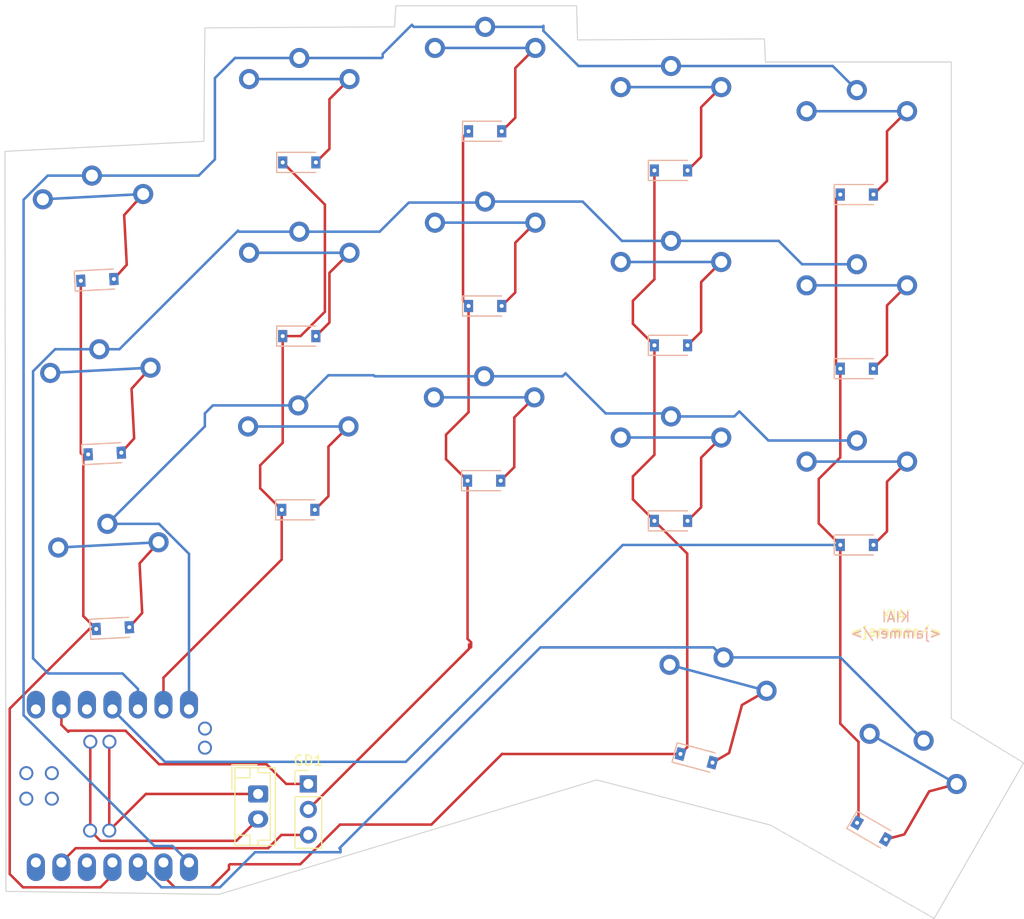
<source format=kicad_pcb>
(kicad_pcb (version 20211014) (generator pcbnew)
  (layers (0 "F.Cu" signal) (31 "B.Cu" signal) (34 "B.Paste" user) (35 "F.Paste" user) (36 "B.SilkS" user "B.Silkscreen") (37 "F.SilkS" user "F.Silkscreen") (38 "B.Mask" user) (39 "F.Mask" user) (44 "Edge.Cuts" user))
  (net 0 "")
  (net 2 "/Col 5B")
  (net 9 "/Row 1")
  (net 10 "/Col 1")
  (net 11 "/Row 2")
  (net 12 "/Row 3")
  (net 13 "/Row 4")
  (net 14 "/Col 2")
  (net 15 "/Col 3")
  (net 16 "/Col 5")
  (net 17 "/Col 4")
  (net 18 "GND")
  (net 19 "Net-(BT1-Pad2)")
  (net 20 "Net-(BT1-Pad1)")
  (net 22 "/Col5A")
  (footprint "kleeb-pg1350:pg1350-DR" (layer "F.Cu") (at 143.6 -32.2)
    (fp_text reference "K15" hide)
    (fp_text value "diode-choc")
    (pad "" np_thru_hole circle locked (at 5.5 -4.5) (size 1.7 1.7) (drill 1.7) (layers *.Cu *.Mask))
    (pad "" np_thru_hole circle locked (at -5.5 -4.5) (size 1.7 1.7) (drill 1.7) (layers *.Cu *.Mask))
    (pad "" np_thru_hole circle locked (at 0 -4.5) (size 3.4 3.4) (drill 3.4) (layers *.Cu *.Mask))
    (pad "1" thru_hole circle locked (at 0 -10.4) (size 2 2) (drill 1.2) (layers *.Cu *.Mask) (net 9 "/Row 1"))
    (pad "2" thru_hole rect locked (at -1.65 0) (size 0.9 1.2) (drill 0.4) (layers *.Cu *.Mask) (net 16 "/Col 5"))
    (pad "3" smd custom locked (at -5 -8.3) (size 0 0) (layers "B.Cu") (options (clearance outline) (anchor circle)) (primitives (gr_line (start 0 0) (end 10 0) (width 0.254))))
    (pad "3" thru_hole rect locked (at 1.65 0) (size 0.9 1.2) (drill 0.4) (layers *.Cu *.Mask))
    (pad "3" thru_hole circle locked (at 5 -8.3) (size 2 2) (drill 1.2) (layers *.Cu "B.Mask"))
    (pad "3" smd custom locked (at 5 -8.3) (size 0.254 0.254) (layers "F.Cu") (options (clearance outline) (anchor circle)) (primitives (gr_line (start 0 0) (end -2 2) (width 0.254)) (gr_line (start -2 2) (end -2 6.95) (width 0.254)) (gr_line (start -2 6.95) (end -3.35 8.3) (width 0.254))))
    (pad "3" thru_hole circle locked (at -5 -8.3) (size 2 2) (drill 1.2) (layers *.Cu "F.Mask"))
  )
  (footprint "kleeb-pg1350:pg1350-DR" (layer "F.Cu") (at 162.2 -45.684)
    (fp_text reference "K3" hide)
    (fp_text value "diode-choc")
    (pad "" np_thru_hole circle locked (at 0 -4.5) (size 3.4 3.4) (drill 3.4) (layers *.Cu *.Mask))
    (pad "" np_thru_hole circle locked (at -5.5 -4.5) (size 1.7 1.7) (drill 1.7) (layers *.Cu *.Mask))
    (pad "" np_thru_hole circle locked (at 5.5 -4.5) (size 1.7 1.7) (drill 1.7) (layers *.Cu *.Mask))
    (pad "1" thru_hole circle locked (at 0 -10.4) (size 2 2) (drill 1.2) (layers *.Cu *.Mask) (net 12 "/Row 3"))
    (pad "2" thru_hole rect locked (at -1.65 0) (size 0.9 1.2) (drill 0.4) (layers *.Cu *.Mask) (net 10 "/Col 1"))
    (pad "3" thru_hole rect locked (at 1.65 0) (size 0.9 1.2) (drill 0.4) (layers *.Cu *.Mask))
    (pad "3" smd custom locked (at -5 -8.3) (size 0 0) (layers "B.Cu") (options (clearance outline) (anchor circle)) (primitives (gr_line (start 0 0) (end 10 0) (width 0.254))))
    (pad "3" thru_hole circle locked (at 5 -8.3) (size 2 2) (drill 1.2) (layers *.Cu "B.Mask"))
    (pad "3" smd custom locked (at 5 -8.3) (size 0.254 0.254) (layers "F.Cu") (options (clearance outline) (anchor circle)) (primitives (gr_line (start 0 0) (end -2 2) (width 0.254)) (gr_line (start -2 2) (end -2 6.95) (width 0.254)) (gr_line (start -2 6.95) (end -3.35 8.3) (width 0.254))))
    (pad "3" thru_hole circle locked (at -5 -8.3) (size 2 2) (drill 1.2) (layers *.Cu "F.Mask"))
  )
  (footprint "kleeb-pg1350:pg1350-DR" (layer "F.Cu") (at 162.2 -28.2)
    (fp_text reference "K1" hide)
    (fp_text value "diode-choc")
    (pad "" np_thru_hole circle locked (at -5.5 -4.5) (size 1.7 1.7) (drill 1.7) (layers *.Cu *.Mask))
    (pad "" np_thru_hole circle locked (at 5.5 -4.5) (size 1.7 1.7) (drill 1.7) (layers *.Cu *.Mask))
    (pad "" np_thru_hole circle locked (at 0 -4.5) (size 3.4 3.4) (drill 3.4) (layers *.Cu *.Mask))
    (pad "1" thru_hole circle locked (at 0 -10.4) (size 2 2) (drill 1.2) (layers *.Cu *.Mask) (net 9 "/Row 1"))
    (pad "2" thru_hole rect locked (at -1.65 0) (size 0.9 1.2) (drill 0.4) (layers *.Cu *.Mask) (net 10 "/Col 1"))
    (pad "3" thru_hole circle locked (at 5 -8.3) (size 2 2) (drill 1.2) (layers *.Cu "B.Mask"))
    (pad "3" thru_hole rect locked (at 1.65 0) (size 0.9 1.2) (drill 0.4) (layers *.Cu *.Mask))
    (pad "3" thru_hole circle locked (at -5 -8.3) (size 2 2) (drill 1.2) (layers *.Cu "F.Mask"))
    (pad "3" smd custom locked (at -5 -8.3) (size 0 0) (layers "B.Cu") (options (clearance outline) (anchor circle)) (primitives (gr_line (start 0 0) (end 10 0) (width 0.254))))
    (pad "3" smd custom locked (at 5 -8.3) (size 0.254 0.254) (layers "F.Cu") (options (clearance outline) (anchor circle)) (primitives (gr_line (start 0 0) (end -2 2) (width 0.254)) (gr_line (start -2 2) (end -2 6.95) (width 0.254)) (gr_line (start -2 6.95) (end -3.35 8.3) (width 0.254))))
  )
  (footprint "kleeb-mcu:xiao-ble-tht" (layer "F.Cu") (at 106.6 -1.8 90)
    (fp_text reference "U1" hide)
    (fp_text value "xiao-ble" hide)
    (pad "1" thru_hole oval (at -7.62 -7.62 90) (size 2.75 1.8) (drill 1 (offset -0.475 0)) (layers *.Cu *.Mask))
    (pad "2" thru_hole oval (at -7.62 -5.08 90) (size 2.75 1.8) (drill 1 (offset -0.475 0)) (layers *.Cu *.Mask) (net 2 "/Col 5B"))
    (pad "3" thru_hole oval (at -7.62 -2.54 90) (size 2.75 1.8) (drill 1 (offset -0.475 0)) (layers *.Cu *.Mask))
    (pad "4" thru_hole oval (at -7.62 0 90) (size 2.75 1.8) (drill 1 (offset -0.475 0)) (layers *.Cu *.Mask) (net 17 "/Col 4"))
    (pad "5" thru_hole oval (at -7.62 2.54 90) (size 2.75 1.8) (drill 1 (offset -0.475 0)) (layers *.Cu *.Mask) (net 13 "/Row 4"))
    (pad "6" thru_hole oval (at -7.62 5.08 90) (size 2.75 1.8) (drill 1 (offset -0.475 0)) (layers *.Cu *.Mask) (net 10 "/Col 1"))
    (pad "7" thru_hole oval (at -7.62 7.62 90) (size 2.75 1.8) (drill 1 (offset -0.475 0)) (layers *.Cu *.Mask) (net 11 "/Row 2"))
    (pad "8" thru_hole oval (at 7.62 7.62 270) (size 2.75 1.8) (drill 1 (offset -0.475 0)) (layers *.Cu *.Mask) (net 9 "/Row 1"))
    (pad "9" thru_hole oval (at 7.62 5.08 270) (size 2.75 1.8) (drill 1 (offset -0.475 0)) (layers *.Cu *.Mask) (net 15 "/Col 3"))
    (pad "10" thru_hole oval (at 7.62 2.54 270) (size 2.75 1.8) (drill 1 (offset -0.475 0)) (layers *.Cu *.Mask) (net 12 "/Row 3"))
    (pad "11" thru_hole oval (at 7.62 0 270) (size 2.75 1.8) (drill 1 (offset -0.475 0)) (layers *.Cu *.Mask) (net 14 "/Col 2"))
    (pad "12" thru_hole oval (at 7.62 -2.54 270) (size 2.75 1.8) (drill 1 (offset -0.475 0)) (layers *.Cu *.Mask))
    (pad "13" thru_hole oval (at 7.62 -5.08 270) (size 2.75 1.8) (drill 1 (offset -0.475 0)) (layers *.Cu *.Mask) (net 22 "/Col5A"))
    (pad "14" thru_hole oval (at 7.62 -7.62 270) (size 2.75 1.8) (drill 1 (offset -0.475 0)) (layers *.Cu *.Mask))
    (pad "15" thru_hole circle (at -1.27 -8.572 180) (size 1.397 1.397) (drill 1.016) (layers *.Cu *.Mask))
    (pad "16" thru_hole circle (at 1.27 -8.572 180) (size 1.397 1.397) (drill 1.016) (layers *.Cu *.Mask))
    (pad "17" thru_hole circle (at -1.27 -6.032 180) (size 1.397 1.397) (drill 1.016) (layers *.Cu *.Mask))
    (pad "18" thru_hole circle (at 1.27 -6.032 180) (size 1.397 1.397) (drill 1.016) (layers *.Cu *.Mask) (net 18 "GND"))
    (pad "19" thru_hole circle (at -4.445 -0.317 270) (size 1.397 1.397) (drill 1.016) (layers *.Cu *.Mask) (net 20 "Net-(BT1-Pad1)"))
    (pad "19" thru_hole circle (at 4.4 -0.3 270) (size 1.397 1.397) (drill 1.016) (layers *.Cu *.Mask) (net 20 "Net-(BT1-Pad1)"))
    (pad "20" thru_hole circle (at -4.445 -2.222 270) (size 1.397 1.397) (drill 1.016) (layers *.Cu *.Mask) (net 19 "Net-(BT1-Pad2)"))
    (pad "20" thru_hole circle (at 4.4 -2.205 270) (size 1.397 1.397) (drill 1.016) (layers *.Cu *.Mask) (net 19 "Net-(BT1-Pad2)"))
    (pad "21" thru_hole circle (at 3.81 9.208 270) (size 1.397 1.397) (drill 1.016) (layers *.Cu *.Mask))
    (pad "22" thru_hole circle (at 5.715 9.208 270) (size 1.397 1.397) (drill 1.016) (layers *.Cu *.Mask))
  )
  (footprint "kleeb-pg1350:pg1350-DR" (layer "F.Cu") (at 125.2 -46.6)
    (fp_text reference "K11" hide)
    (fp_text value "diode-choc")
    (pad "" np_thru_hole circle locked (at -5.5 -4.5) (size 1.7 1.7) (drill 1.7) (layers *.Cu *.Mask))
    (pad "" np_thru_hole circle locked (at 0 -4.5) (size 3.4 3.4) (drill 3.4) (layers *.Cu *.Mask))
    (pad "" np_thru_hole circle locked (at 5.5 -4.5) (size 1.7 1.7) (drill 1.7) (layers *.Cu *.Mask))
    (pad "1" thru_hole circle locked (at 0 -10.4) (size 2 2) (drill 1.2) (layers *.Cu *.Mask) (net 12 "/Row 3"))
    (pad "2" thru_hole rect locked (at -1.65 0) (size 0.9 1.2) (drill 0.4) (layers *.Cu *.Mask) (net 15 "/Col 3"))
    (pad "3" thru_hole circle locked (at 5 -8.3) (size 2 2) (drill 1.2) (layers *.Cu "B.Mask"))
    (pad "3" smd custom locked (at 5 -8.3) (size 0.254 0.254) (layers "F.Cu") (options (clearance outline) (anchor circle)) (primitives (gr_line (start 0 0) (end -2 2) (width 0.254)) (gr_line (start -2 2) (end -2 6.95) (width 0.254)) (gr_line (start -2 6.95) (end -3.35 8.3) (width 0.254))))
    (pad "3" thru_hole circle locked (at -5 -8.3) (size 2 2) (drill 1.2) (layers *.Cu "F.Mask"))
    (pad "3" thru_hole rect locked (at 1.65 0) (size 0.9 1.2) (drill 0.4) (layers *.Cu *.Mask))
    (pad "3" smd custom locked (at -5 -8.3) (size 0 0) (layers "B.Cu") (options (clearance outline) (anchor circle)) (primitives (gr_line (start 0 0) (end 10 0) (width 0.254))))
  )
  (footprint "kleeb-pg1350:pg1350-DR" (layer "F.Cu") (at 105.1 -52.2 3)
    (fp_text reference "K13" hide)
    (fp_text value "diode-choc")
    (pad "" np_thru_hole circle locked (at 0 -4.5 3) (size 3.4 3.4) (drill 3.4) (layers *.Cu *.Mask))
    (pad "" np_thru_hole circle locked (at -5.5 -4.5 3) (size 1.7 1.7) (drill 1.7) (layers *.Cu *.Mask))
    (pad "" np_thru_hole circle locked (at 5.5 -4.5 3) (size 1.7 1.7) (drill 1.7) (layers *.Cu *.Mask))
    (pad "1" thru_hole circle locked (at 0 -10.4 3) (size 2 2) (drill 1.2) (layers *.Cu *.Mask) (net 11 "/Row 2"))
    (pad "2" thru_hole rect locked (at -1.65 0 3) (size 0.9 1.2) (drill 0.4) (layers *.Cu *.Mask) (net 17 "/Col 4"))
    (pad "3" smd custom locked (at 5 -8.3 3) (size 0.254 0.254) (layers "F.Cu") (options (clearance outline) (anchor circle)) (primitives (gr_line (start 0 0) (end -2 2) (width 0.254)) (gr_line (start -2 2) (end -2 6.95) (width 0.254)) (gr_line (start -2 6.95) (end -3.35 8.3) (width 0.254))))
    (pad "3" thru_hole circle locked (at 5 -8.3 3) (size 2 2) (drill 1.2) (layers *.Cu "B.Mask"))
    (pad "3" thru_hole rect locked (at 1.65 0 3) (size 0.9 1.2) (drill 0.4) (layers *.Cu *.Mask))
    (pad "3" thru_hole circle locked (at -5 -8.3 3) (size 2 2) (drill 1.2) (layers *.Cu "F.Mask"))
    (pad "3" smd custom locked (at -5 -8.3 3) (size 0 0) (layers "B.Cu") (options (clearance outline) (anchor circle)) (primitives (gr_line (start 0 0) (end 10 0) (width 0.254))))
  )
  (footprint "kleeb-pg1350:pg1350-DR" (layer "F.Cu") (at 180.7 -60.7)
    (fp_text reference "K6" hide)
    (fp_text value "diode-choc")
    (pad "" np_thru_hole circle locked (at -5.5 -4.5) (size 1.7 1.7) (drill 1.7) (layers *.Cu *.Mask))
    (pad "" np_thru_hole circle locked (at 0 -4.5) (size 3.4 3.4) (drill 3.4) (layers *.Cu *.Mask))
    (pad "" np_thru_hole circle locked (at 5.5 -4.5) (size 1.7 1.7) (drill 1.7) (layers *.Cu *.Mask))
    (pad "1" thru_hole circle locked (at 0 -10.4) (size 2 2) (drill 1.2) (layers *.Cu *.Mask) (net 11 "/Row 2"))
    (pad "2" thru_hole rect locked (at -1.65 0) (size 0.9 1.2) (drill 0.4) (layers *.Cu *.Mask) (net 14 "/Col 2"))
    (pad "3" smd custom locked (at -5 -8.3) (size 0 0) (layers "B.Cu") (options (clearance outline) (anchor circle)) (primitives (gr_line (start 0 0) (end 10 0) (width 0.254))))
    (pad "3" thru_hole circle locked (at 5 -8.3) (size 2 2) (drill 1.2) (layers *.Cu "B.Mask"))
    (pad "3" thru_hole rect locked (at 1.65 0) (size 0.9 1.2) (drill 0.4) (layers *.Cu *.Mask))
    (pad "3" thru_hole circle locked (at -5 -8.3) (size 2 2) (drill 1.2) (layers *.Cu "F.Mask"))
    (pad "3" smd custom locked (at 5 -8.3) (size 0.254 0.254) (layers "F.Cu") (options (clearance outline) (anchor circle)) (primitives (gr_line (start 0 0) (end -2 2) (width 0.254)) (gr_line (start -2 2) (end -2 6.95) (width 0.254)) (gr_line (start -2 6.95) (end -3.35 8.3) (width 0.254))))
  )
  (footprint "kleeb-pg1350:pg1350-DR" (layer "F.Cu") (at 106.635512 -17.517124 3)
    (fp_text reference "K12" hide)
    (fp_text value "diode-choc")
    (pad "" np_thru_hole circle locked (at -5.5 -4.5 3) (size 1.7 1.7) (drill 1.7) (layers *.Cu *.Mask))
    (pad "" np_thru_hole circle locked (at 0 -4.5 3) (size 3.4 3.4) (drill 3.4) (layers *.Cu *.Mask))
    (pad "" np_thru_hole circle locked (at 5.5 -4.5 3) (size 1.7 1.7) (drill 1.7) (layers *.Cu *.Mask))
    (pad "1" thru_hole circle locked (at 0 -10.4 3) (size 2 2) (drill 1.2) (layers *.Cu *.Mask) (net 9 "/Row 1"))
    (pad "2" thru_hole rect locked (at -1.65 0 3) (size 0.9 1.2) (drill 0.4) (layers *.Cu *.Mask) (net 17 "/Col 4"))
    (pad "3" smd custom locked (at 5 -8.3 3) (size 0.254 0.254) (layers "F.Cu") (options (clearance outline) (anchor circle)) (primitives (gr_line (start 0 0) (end -2 2) (width 0.254)) (gr_line (start -2 2) (end -2 6.95) (width 0.254)) (gr_line (start -2 6.95) (end -3.35 8.3) (width 0.254))))
    (pad "3" thru_hole rect locked (at 1.65 0 3) (size 0.9 1.2) (drill 0.4) (layers *.Cu *.Mask))
    (pad "3" thru_hole circle locked (at 5 -8.3 3) (size 2 2) (drill 1.2) (layers *.Cu "B.Mask"))
    (pad "3" thru_hole circle locked (at -5 -8.3 3) (size 2 2) (drill 1.2) (layers *.Cu "F.Mask"))
    (pad "3" smd custom locked (at -5 -8.3 3) (size 0 0) (layers "B.Cu") (options (clearance outline) (anchor circle)) (primitives (gr_line (start 0 0) (end 10 0) (width 0.254))))
  )
  (footprint "kleeb-pg1350:pg1350-DR" (layer "F.Cu") (at 180.7 -25.8)
    (fp_text reference "K5" hide)
    (fp_text value "diode-choc")
    (pad "" np_thru_hole circle locked (at 0 -4.5) (size 3.4 3.4) (drill 3.4) (layers *.Cu *.Mask))
    (pad "" np_thru_hole circle locked (at 5.5 -4.5) (size 1.7 1.7) (drill 1.7) (layers *.Cu *.Mask))
    (pad "" np_thru_hole circle locked (at -5.5 -4.5) (size 1.7 1.7) (drill 1.7) (layers *.Cu *.Mask))
    (pad "1" thru_hole circle locked (at 0 -10.4) (size 2 2) (drill 1.2) (layers *.Cu *.Mask) (net 9 "/Row 1"))
    (pad "2" thru_hole rect locked (at -1.65 0) (size 0.9 1.2) (drill 0.4) (layers *.Cu *.Mask) (net 14 "/Col 2"))
    (pad "3" smd custom locked (at -5 -8.3) (size 0 0) (layers "B.Cu") (options (clearance outline) (anchor circle)) (primitives (gr_line (start 0 0) (end 10 0) (width 0.254))))
    (pad "3" thru_hole circle locked (at 5 -8.3) (size 2 2) (drill 1.2) (layers *.Cu "B.Mask"))
    (pad "3" smd custom locked (at 5 -8.3) (size 0.254 0.254) (layers "F.Cu") (options (clearance outline) (anchor circle)) (primitives (gr_line (start 0 0) (end -2 2) (width 0.254)) (gr_line (start -2 2) (end -2 6.95) (width 0.254)) (gr_line (start -2 6.95) (end -3.35 8.3) (width 0.254))))
    (pad "3" thru_hole circle locked (at -5 -8.3) (size 2 2) (drill 1.2) (layers *.Cu "F.Mask"))
    (pad "3" thru_hole rect locked (at 1.65 0) (size 0.9 1.2) (drill 0.4) (layers *.Cu *.Mask))
  )
  (footprint "Connector_PinHeader_2.54mm:PinHeader_1x03_P2.54mm_Vertical" (layer "F.Cu") (at 126.1 -2)
    (fp_text reference "GD1" (at 0 -2.33) (layer "F.SilkS"))
    (fp_text value "GDT_3Pin")
    (pad "1" thru_hole rect (at 0 0) (size 1.7 1.7) (drill 1) (layers *.Cu *.Mask) (net 22 "/Col5A"))
    (pad "2" thru_hole oval (at 0 2.54) (size 1.7 1.7) (drill 1) (layers *.Cu *.Mask) (net 16 "/Col 5"))
    (pad "3" thru_hole oval (at 0 5.08) (size 1.7 1.7) (drill 1) (layers *.Cu *.Mask) (net 2 "/Col 5B"))
  )
  (footprint "kleeb-pg1350:pg1350-DR" (layer "F.Cu") (at 143.7 -67)
    (fp_text reference "K16" hide)
    (fp_text value "diode-choc")
    (pad "" np_thru_hole circle locked (at -5.5 -4.5) (size 1.7 1.7) (drill 1.7) (layers *.Cu *.Mask))
    (pad "" np_thru_hole circle locked (at 5.5 -4.5) (size 1.7 1.7) (drill 1.7) (layers *.Cu *.Mask))
    (pad "" np_thru_hole circle locked (at 0 -4.5) (size 3.4 3.4) (drill 3.4) (layers *.Cu *.Mask))
    (pad "1" thru_hole circle locked (at 0 -10.4) (size 2 2) (drill 1.2) (layers *.Cu *.Mask) (net 11 "/Row 2"))
    (pad "2" thru_hole rect locked (at -1.65 0) (size 0.9 1.2) (drill 0.4) (layers *.Cu *.Mask) (net 16 "/Col 5"))
    (pad "3" thru_hole rect locked (at 1.65 0) (size 0.9 1.2) (drill 0.4) (layers *.Cu *.Mask))
    (pad "3" thru_hole circle locked (at -5 -8.3) (size 2 2) (drill 1.2) (layers *.Cu "F.Mask"))
    (pad "3" smd custom locked (at -5 -8.3) (size 0 0) (layers "B.Cu") (options (clearance outline) (anchor circle)) (primitives (gr_line (start 0 0) (end 10 0) (width 0.254))))
    (pad "3" thru_hole circle locked (at 5 -8.3) (size 2 2) (drill 1.2) (layers *.Cu "B.Mask"))
    (pad "3" smd custom locked (at 5 -8.3) (size 0.254 0.254) (layers "F.Cu") (options (clearance outline) (anchor circle)) (primitives (gr_line (start 0 0) (end -2 2) (width 0.254)) (gr_line (start -2 2) (end -2 6.95) (width 0.254)) (gr_line (start -2 6.95) (end -3.35 8.3) (width 0.254))))
  )
  (footprint "kleeb-pg1350:pg1350-DR" (layer "F.Cu") (at 162.2 -63.1)
    (fp_text reference "K2" hide)
    (fp_text value "diode-choc")
    (pad "" np_thru_hole circle locked (at 0 -4.5) (size 3.4 3.4) (drill 3.4) (layers *.Cu *.Mask))
    (pad "" np_thru_hole circle locked (at 5.5 -4.5) (size 1.7 1.7) (drill 1.7) (layers *.Cu *.Mask))
    (pad "" np_thru_hole circle locked (at -5.5 -4.5) (size 1.7 1.7) (drill 1.7) (layers *.Cu *.Mask))
    (pad "1" thru_hole circle locked (at 0 -10.4) (size 2 2) (drill 1.2) (layers *.Cu *.Mask) (net 11 "/Row 2"))
    (pad "2" thru_hole rect locked (at -1.65 0) (size 0.9 1.2) (drill 0.4) (layers *.Cu *.Mask) (net 10 "/Col 1"))
    (pad "3" thru_hole circle locked (at 5 -8.3) (size 2 2) (drill 1.2) (layers *.Cu "B.Mask"))
    (pad "3" smd custom locked (at 5 -8.3) (size 0.254 0.254) (layers "F.Cu") (options (clearance outline) (anchor circle)) (primitives (gr_line (start 0 0) (end -2 2) (width 0.254)) (gr_line (start -2 2) (end -2 6.95) (width 0.254)) (gr_line (start -2 6.95) (end -3.35 8.3) (width 0.254))))
    (pad "3" smd custom locked (at -5 -8.3) (size 0 0) (layers "B.Cu") (options (clearance outline) (anchor circle)) (primitives (gr_line (start 0 0) (end 10 0) (width 0.254))))
    (pad "3" thru_hole circle locked (at -5 -8.3) (size 2 2) (drill 1.2) (layers *.Cu "F.Mask"))
    (pad "3" thru_hole rect locked (at 1.65 0) (size 0.9 1.2) (drill 0.4) (layers *.Cu *.Mask))
  )
  (footprint "kleeb-pg1350:pg1350-DR" (layer "F.Cu") (at 164.735315 -4.553333 -15)
    (fp_text reference "K4" hide)
    (fp_text value "diode-choc")
    (pad "" np_thru_hole circle locked (at -5.5 -4.5 345) (size 1.7 1.7) (drill 1.7) (layers *.Cu *.Mask))
    (pad "" np_thru_hole circle locked (at 5.5 -4.5 345) (size 1.7 1.7) (drill 1.7) (layers *.Cu *.Mask))
    (pad "" np_thru_hole circle locked (at 0 -4.5 345) (size 3.4 3.4) (drill 3.4) (layers *.Cu *.Mask))
    (pad "1" thru_hole circle locked (at 0 -10.4 345) (size 2 2) (drill 1.2) (layers *.Cu *.Mask) (net 13 "/Row 4"))
    (pad "2" thru_hole rect locked (at -1.65 0 345) (size 0.9 1.2) (drill 0.4) (layers *.Cu *.Mask) (net 10 "/Col 1"))
    (pad "3" thru_hole rect locked (at 1.65 0 345) (size 0.9 1.2) (drill 0.4) (layers *.Cu *.Mask))
    (pad "3" smd custom locked (at 5 -8.3 345) (size 0.254 0.254) (layers "F.Cu") (options (clearance outline) (anchor circle)) (primitives (gr_line (start 0 0) (end -2 2) (width 0.254)) (gr_line (start -2 2) (end -2 6.95) (width 0.254)) (gr_line (start -2 6.95) (end -3.35 8.3) (width 0.254))))
    (pad "3" thru_hole circle locked (at 5 -8.3 345) (size 2 2) (drill 1.2) (layers *.Cu "B.Mask"))
    (pad "3" thru_hole circle locked (at -5 -8.3 345) (size 2 2) (drill 1.2) (layers *.Cu "F.Mask"))
    (pad "3" smd custom locked (at -5 -8.3 345) (size 0 0) (layers "B.Cu") (options (clearance outline) (anchor circle)) (primitives (gr_line (start 0 0) (end 10 0) (width 0.254))))
  )
  (footprint "kleeb-pg1350:pg1350-DR" (layer "F.Cu") (at 143.7 -49.6)
    (fp_text reference "K17" hide)
    (fp_text value "diode-choc")
    (pad "" np_thru_hole circle locked (at 5.5 -4.5) (size 1.7 1.7) (drill 1.7) (layers *.Cu *.Mask))
    (pad "" np_thru_hole circle locked (at 0 -4.5) (size 3.4 3.4) (drill 3.4) (layers *.Cu *.Mask))
    (pad "" np_thru_hole circle locked (at -5.5 -4.5) (size 1.7 1.7) (drill 1.7) (layers *.Cu *.Mask))
    (pad "1" thru_hole circle locked (at 0 -10.4) (size 2 2) (drill 1.2) (layers *.Cu *.Mask) (net 12 "/Row 3"))
    (pad "2" thru_hole rect locked (at -1.65 0) (size 0.9 1.2) (drill 0.4) (layers *.Cu *.Mask) (net 16 "/Col 5"))
    (pad "3" thru_hole circle locked (at -5 -8.3) (size 2 2) (drill 1.2) (layers *.Cu "F.Mask"))
    (pad "3" smd custom locked (at 5 -8.3) (size 0.254 0.254) (layers "F.Cu") (options (clearance outline) (anchor circle)) (primitives (gr_line (start 0 0) (end -2 2) (width 0.254)) (gr_line (start -2 2) (end -2 6.95) (width 0.254)) (gr_line (start -2 6.95) (end -3.35 8.3) (width 0.254))))
    (pad "3" smd custom locked (at -5 -8.3) (size 0 0) (layers "B.Cu") (options (clearance outline) (anchor circle)) (primitives (gr_line (start 0 0) (end 10 0) (width 0.254))))
    (pad "3" thru_hole rect locked (at 1.65 0) (size 0.9 1.2) (drill 0.4) (layers *.Cu *.Mask))
    (pad "3" thru_hole circle locked (at 5 -8.3) (size 2 2) (drill 1.2) (layers *.Cu "B.Mask"))
  )
  (footprint "kleeb-pg1350:pg1350-DR" (layer "F.Cu") (at 125.2 -63.9)
    (fp_text reference "K10" hide)
    (fp_text value "diode-choc")
    (pad "" np_thru_hole circle locked (at -5.5 -4.5) (size 1.7 1.7) (drill 1.7) (layers *.Cu *.Mask))
    (pad "" np_thru_hole circle locked (at 5.5 -4.5) (size 1.7 1.7) (drill 1.7) (layers *.Cu *.Mask))
    (pad "" np_thru_hole circle locked (at 0 -4.5) (size 3.4 3.4) (drill 3.4) (layers *.Cu *.Mask))
    (pad "1" thru_hole circle locked (at 0 -10.4) (size 2 2) (drill 1.2) (layers *.Cu *.Mask) (net 11 "/Row 2"))
    (pad "2" thru_hole rect locked (at -1.65 0) (size 0.9 1.2) (drill 0.4) (layers *.Cu *.Mask) (net 15 "/Col 3"))
    (pad "3" smd custom locked (at 5 -8.3) (size 0.254 0.254) (layers "F.Cu") (options (clearance outline) (anchor circle)) (primitives (gr_line (start 0 0) (end -2 2) (width 0.254)) (gr_line (start -2 2) (end -2 6.95) (width 0.254)) (gr_line (start -2 6.95) (end -3.35 8.3) (width 0.254))))
    (pad "3" thru_hole circle locked (at 5 -8.3) (size 2 2) (drill 1.2) (layers *.Cu "B.Mask"))
    (pad "3" thru_hole rect locked (at 1.65 0) (size 0.9 1.2) (drill 0.4) (layers *.Cu *.Mask))
    (pad "3" thru_hole circle locked (at -5 -8.3) (size 2 2) (drill 1.2) (layers *.Cu "F.Mask"))
    (pad "3" smd custom locked (at -5 -8.3) (size 0 0) (layers "B.Cu") (options (clearance outline) (anchor circle)) (primitives (gr_line (start 0 0) (end 10 0) (width 0.254))))
  )
  (footprint "kleeb-pg1350:pg1350-DR" (layer "F.Cu") (at 125.1 -29.3)
    (fp_text reference "K9" hide)
    (fp_text value "diode-choc")
    (pad "" np_thru_hole circle locked (at -5.5 -4.5) (size 1.7 1.7) (drill 1.7) (layers *.Cu *.Mask))
    (pad "" np_thru_hole circle locked (at 5.5 -4.5) (size 1.7 1.7) (drill 1.7) (layers *.Cu *.Mask))
    (pad "" np_thru_hole circle locked (at 0 -4.5) (size 3.4 3.4) (drill 3.4) (layers *.Cu *.Mask))
    (pad "1" thru_hole circle locked (at 0 -10.4) (size 2 2) (drill 1.2) (layers *.Cu *.Mask) (net 9 "/Row 1"))
    (pad "2" thru_hole rect locked (at -1.65 0) (size 0.9 1.2) (drill 0.4) (layers *.Cu *.Mask) (net 15 "/Col 3"))
    (pad "3" smd custom locked (at 5 -8.3) (size 0.254 0.254) (layers "F.Cu") (options (clearance outline) (anchor circle)) (primitives (gr_line (start 0 0) (end -2 2) (width 0.254)) (gr_line (start -2 2) (end -2 6.95) (width 0.254)) (gr_line (start -2 6.95) (end -3.35 8.3) (width 0.254))))
    (pad "3" thru_hole circle locked (at -5 -8.3) (size 2 2) (drill 1.2) (layers *.Cu "F.Mask"))
    (pad "3" smd custom locked (at -5 -8.3) (size 0 0) (layers "B.Cu") (options (clearance outline) (anchor circle)) (primitives (gr_line (start 0 0) (end 10 0) (width 0.254))))
    (pad "3" thru_hole circle locked (at 5 -8.3) (size 2 2) (drill 1.2) (layers *.Cu "B.Mask"))
    (pad "3" thru_hole rect locked (at 1.65 0) (size 0.9 1.2) (drill 0.4) (layers *.Cu *.Mask))
  )
  (footprint "kleeb-pg1350:pg1350-DR" (layer "F.Cu") (at 105.835512 -34.906167 3)
    (fp_text reference "K14" hide)
    (fp_text value "diode-choc")
    (pad "" np_thru_hole circle locked (at 5.5 -4.5 3) (size 1.7 1.7) (drill 1.7) (layers *.Cu *.Mask))
    (pad "" np_thru_hole circle locked (at -5.5 -4.5 3) (size 1.7 1.7) (drill 1.7) (layers *.Cu *.Mask))
    (pad "" np_thru_hole circle locked (at 0 -4.5 3) (size 3.4 3.4) (drill 3.4) (layers *.Cu *.Mask))
    (pad "1" thru_hole circle locked (at 0 -10.4 3) (size 2 2) (drill 1.2) (layers *.Cu *.Mask) (net 12 "/Row 3"))
    (pad "2" thru_hole rect locked (at -1.65 0 3) (size 0.9 1.2) (drill 0.4) (layers *.Cu *.Mask) (net 17 "/Col 4"))
    (pad "3" thru_hole circle locked (at -5 -8.3 3) (size 2 2) (drill 1.2) (layers *.Cu "F.Mask"))
    (pad "3" thru_hole circle locked (at 5 -8.3 3) (size 2 2) (drill 1.2) (layers *.Cu "B.Mask"))
    (pad "3" thru_hole rect locked (at 1.65 0 3) (size 0.9 1.2) (drill 0.4) (layers *.Cu *.Mask))
    (pad "3" smd custom locked (at -5 -8.3 3) (size 0 0) (layers "B.Cu") (options (clearance outline) (anchor circle)) (primitives (gr_line (start 0 0) (end 10 0) (width 0.254))))
    (pad "3" smd custom locked (at 5 -8.3 3) (size 0.254 0.254) (layers "F.Cu") (options (clearance outline) (anchor circle)) (primitives (gr_line (start 0 0) (end -2 2) (width 0.254)) (gr_line (start -2 2) (end -2 6.95) (width 0.254)) (gr_line (start -2 6.95) (end -3.35 8.3) (width 0.254))))
  )
  (footprint "kleeb-pg1350:pg1350-DR" (layer "F.Cu") (at 182.150001 2.697114 -30)
    (fp_text reference "K8" hide)
    (fp_text value "diode-choc")
    (pad "" np_thru_hole circle locked (at 0 -4.5 330) (size 3.4 3.4) (drill 3.4) (layers *.Cu *.Mask))
    (pad "" np_thru_hole circle locked (at -5.5 -4.5 330) (size 1.7 1.7) (drill 1.7) (layers *.Cu *.Mask))
    (pad "" np_thru_hole circle locked (at 5.5 -4.5 330) (size 1.7 1.7) (drill 1.7) (layers *.Cu *.Mask))
    (pad "1" thru_hole circle locked (at 0 -10.4 330) (size 2 2) (drill 1.2) (layers *.Cu *.Mask) (net 13 "/Row 4"))
    (pad "2" thru_hole rect locked (at -1.65 0 330) (size 0.9 1.2) (drill 0.4) (layers *.Cu *.Mask) (net 14 "/Col 2"))
    (pad "3" smd custom locked (at 5 -8.3 330) (size 0.254 0.254) (layers "F.Cu") (options (clearance outline) (anchor circle)) (primitives (gr_line (start 0 0) (end -2 2) (width 0.254)) (gr_line (start -2 2) (end -2 6.95) (width 0.254)) (gr_line (start -2 6.95) (end -3.35 8.3) (width 0.254))))
    (pad "3" thru_hole rect locked (at 1.65 0 330) (size 0.9 1.2) (drill 0.4) (layers *.Cu *.Mask))
    (pad "3" thru_hole circle locked (at -5 -8.3 330) (size 2 2) (drill 1.2) (layers *.Cu "F.Mask"))
    (pad "3" smd custom locked (at -5 -8.3 330) (size 0 0) (layers "B.Cu") (options (clearance outline) (anchor circle)) (primitives (gr_line (start 0 0) (end 10 0) (width 0.254))))
    (pad "3" thru_hole circle locked (at 5 -8.3 330) (size 2 2) (drill 1.2) (layers *.Cu "B.Mask"))
  )
  (footprint "Connector_JST:JST_EH_B2B-EH-A_1x02_P2.50mm_Vertical" (layer "F.Cu") (at 121.1 -1 -90)
    (fp_text reference "BT1" hide)
    (fp_text value "Battery")
    (pad "1" thru_hole roundrect locked (at 0 0 270) (size 1.7 2) (drill 1) (layers *.Cu *.Mask) (roundrect_rratio 0.1470588235) (net 20 "Net-(BT1-Pad1)"))
    (pad "2" thru_hole oval locked (at 2.5 0 270) (size 1.7 2) (drill 1) (layers *.Cu *.Mask) (net 19 "Net-(BT1-Pad2)"))
  )
  (footprint "kleeb-pg1350:pg1350-DR" (layer "F.Cu") (at 180.7 -43.356)
    (fp_text reference "K7" hide)
    (fp_text value "diode-choc")
    (pad "" np_thru_hole circle locked (at -5.5 -4.5) (size 1.7 1.7) (drill 1.7) (layers *.Cu *.Mask))
    (pad "" np_thru_hole circle locked (at 0 -4.5) (size 3.4 3.4) (drill 3.4) (layers *.Cu *.Mask))
    (pad "" np_thru_hole circle locked (at 5.5 -4.5) (size 1.7 1.7) (drill 1.7) (layers *.Cu *.Mask))
    (pad "1" thru_hole circle locked (at 0 -10.4) (size 2 2) (drill 1.2) (layers *.Cu *.Mask) (net 12 "/Row 3"))
    (pad "2" thru_hole rect locked (at -1.65 0) (size 0.9 1.2) (drill 0.4) (layers *.Cu *.Mask) (net 14 "/Col 2"))
    (pad "3" smd custom locked (at -5 -8.3) (size 0 0) (layers "B.Cu") (options (clearance outline) (anchor circle)) (primitives (gr_line (start 0 0) (end 10 0) (width 0.254))))
    (pad "3" thru_hole circle locked (at -5 -8.3) (size 2 2) (drill 1.2) (layers *.Cu "F.Mask"))
    (pad "3" thru_hole circle locked (at 5 -8.3) (size 2 2) (drill 1.2) (layers *.Cu "B.Mask"))
    (pad "3" thru_hole rect locked (at 1.65 0) (size 0.9 1.2) (drill 0.4) (layers *.Cu *.Mask))
    (pad "3" smd custom locked (at 5 -8.3) (size 0.254 0.254) (layers "F.Cu") (options (clearance outline) (anchor circle)) (primitives (gr_line (start 0 0) (end -2 2) (width 0.254)) (gr_line (start -2 2) (end -2 6.95) (width 0.254)) (gr_line (start -2 6.95) (end -3.35 8.3) (width 0.254))))
  )
  (gr_poly (pts (xy 152.9 -76.1) (xy 171.5 -76.2) (xy 171.6 -73.9) (xy 190.1 -73.9) (xy 190.1 -8.5) (xy 197.3 -4.1) (xy 188.4 11.4) (xy 172.1 2.1) (xy 154.8 -2.4) (xy 117.2 9) (xy 96 8.7) (xy 95.9 -65) (xy 115.7 -66) (xy 115.8 -77.3) (xy 134.7 -77.4) (xy 134.8 -79.5) (xy 152.8 -79.5)) (layer "Edge.Cuts") (width 0.1) (fill none))
  (gr_text "KIAI\n<jammer/>" (at 184.6 -17.8) (layer "B.SilkS") (effects (font (size 1 1)) (justify mirror)))
  (gr_text "KIAI\n<jammer/>" (at 184.6 -18) (layer "F.SilkS") (effects (font (size 1 1))))
  (segment (start 122.1 4.4) (end 102.94 4.4) (width 0.25) (layer "F.Cu") (net 2))
  (segment (start 102.94 4.4) (end 101.52 5.82) (width 0.25) (layer "F.Cu") (net 2))
  (segment (start 122.1 4.4) (end 123.42 3.08) (width 0.25) (layer "F.Cu") (net 2))
  (segment (start 123.42 3.08) (end 126.1 3.08) (width 0.25) (layer "F.Cu") (net 2))
  (segment (start 132.6 -42.7) (end 128.1 -42.7) (width 0.25) (layer "B.Cu") (net 9))
  (segment (start 151.7 -42.9) (end 151.4 -42.6) (width 0.25) (layer "B.Cu") (net 9))
  (segment (start 168.5 -38.6) (end 162.2 -38.6) (width 0.25) (layer "B.Cu") (net 9))
  (segment (start 106.091218 -27.902871) (end 111.232662 -27.902871) (width 0.25) (layer "B.Cu") (net 9))
  (segment (start 169 -39.1) (end 168.5 -38.6) (width 0.25) (layer "B.Cu") (net 9))
  (segment (start 161.9 -38.9) (end 155.7 -38.9) (width 0.25) (layer "B.Cu") (net 9))
  (segment (start 125.1 -39.7) (end 116.6 -39.7) (width 0.25) (layer "B.Cu") (net 9))
  (segment (start 151.4 -42.6) (end 143.6 -42.6) (width 0.25) (layer "B.Cu") (net 9))
  (segment (start 115.8 -38.9) (end 115.8 -37.611653) (width 0.25) (layer "B.Cu") (net 9))
  (segment (start 116.6 -39.7) (end 115.8 -38.9) (width 0.25) (layer "B.Cu") (net 9))
  (segment (start 128.1 -42.7) (end 125.1 -39.7) (width 0.25) (layer "B.Cu") (net 9))
  (segment (start 143.6 -42.6) (end 132.7 -42.6) (width 0.25) (layer "B.Cu") (net 9))
  (segment (start 114.22 -24.915533) (end 114.22 -9.42) (width 0.25) (layer "B.Cu") (net 9))
  (segment (start 111.232662 -27.902871) (end 114.22 -24.915533) (width 0.25) (layer "B.Cu") (net 9))
  (segment (start 115.8 -37.611653) (end 106.091218 -27.902871) (width 0.25) (layer "B.Cu") (net 9))
  (segment (start 155.7 -38.9) (end 151.7 -42.9) (width 0.25) (layer "B.Cu") (net 9))
  (segment (start 180.7 -36.2) (end 171.9 -36.2) (width 0.25) (layer "B.Cu") (net 9))
  (segment (start 162.2 -38.6) (end 161.9 -38.9) (width 0.25) (layer "B.Cu") (net 9))
  (segment (start 171.9 -36.2) (end 169 -39.1) (width 0.25) (layer "B.Cu") (net 9))
  (segment (start 132.7 -42.6) (end 132.6 -42.7) (width 0.25) (layer "B.Cu") (net 9))
  (segment (start 160.55 -28.2) (end 158.406013 -30.343987) (width 0.25) (layer "F.Cu") (net 10))
  (segment (start 145.419616 -4.980384) (end 145.4 -5) (width 0.25) (layer "F.Cu") (net 10))
  (segment (start 158.406013 -30.343987) (end 158.406013 -32.631014) (width 0.25) (layer "F.Cu") (net 10))
  (segment (start 112.8 8.3) (end 116.4 8.3) (width 0.25) (layer "F.Cu") (net 10))
  (segment (start 163.816392 -5.655239) (end 163.816392 -24.933608) (width 0.25) (layer "F.Cu") (net 10))
  (segment (start 145.4 -5) (end 138.35 2.05) (width 0.25) (layer "F.Cu") (net 10))
  (segment (start 160.55 -34.775001) (end 160.55 -45.684) (width 0.25) (layer "F.Cu") (net 10))
  (segment (start 111.68 5.82) (end 111.68 7.18) (width 0.25) (layer "F.Cu") (net 10))
  (segment (start 163.141537 -4.980384) (end 145.419616 -4.980384) (width 0.25) (layer "F.Cu") (net 10))
  (segment (start 111.68 7.18) (end 112.8 8.3) (width 0.25) (layer "F.Cu") (net 10))
  (segment (start 138.35 2.05) (end 129.25 2.05) (width 0.25) (layer "F.Cu") (net 10))
  (segment (start 118.2 6.1) (end 118.3 6) (width 0.25) (layer "F.Cu") (net 10))
  (segment (start 118.2 6.5) (end 118.2 6.1) (width 0.25) (layer "F.Cu") (net 10))
  (segment (start 158.406013 -32.631014) (end 160.55 -34.775001) (width 0.25) (layer "F.Cu") (net 10))
  (segment (start 160.55 -52.259001) (end 160.55 -63.1) (width 0.25) (layer "F.Cu") (net 10))
  (segment (start 129.25 2.05) (end 125.7 5.6) (width 0.25) (layer "F.Cu") (net 10))
  (segment (start 160.55 -45.684) (end 158.406013 -47.827987) (width 0.25) (layer "F.Cu") (net 10))
  (segment (start 125.3 6) (end 125.7 5.6) (width 0.25) (layer "F.Cu") (net 10))
  (segment (start 158.406013 -50.115014) (end 160.55 -52.259001) (width 0.25) (layer "F.Cu") (net 10))
  (segment (start 116.4 8.3) (end 118.2 6.5) (width 0.25) (layer "F.Cu") (net 10))
  (segment (start 163.816392 -24.933608) (end 160.55 -28.2) (width 0.25) (layer "F.Cu") (net 10))
  (segment (start 118.3 6) (end 125.3 6) (width 0.25) (layer "F.Cu") (net 10))
  (segment (start 163.141537 -4.980384) (end 163.816392 -5.655239) (width 0.25) (layer "F.Cu") (net 10))
  (segment (start 158.406013 -47.827987) (end 158.406013 -50.115014) (width 0.25) (layer "F.Cu") (net 10))
  (segment (start 133.5 -74.4) (end 133.4 -74.3) (width 0.25) (layer "B.Cu") (net 11))
  (segment (start 136.6 -77.4) (end 136.4 -77.6) (width 0.25) (layer "B.Cu") (net 11))
  (segment (start 118.8 -74.3) (end 116.8 -72.3) (width 0.25) (layer "B.Cu") (net 11))
  (segment (start 110.784278 4.184278) (end 112.584278 4.184278) (width 0.25) (layer "B.Cu") (net 11))
  (segment (start 116.8 -72.3) (end 116.8 -64.2) (width 0.25) (layer "B.Cu") (net 11))
  (segment (start 104.555706 -62.585747) (end 100.157433 -62.585747) (width 0.25) (layer "B.Cu") (net 11))
  (segment (start 97.755 -60.183314) (end 97.755 -8.845) (width 0.25) (layer "B.Cu") (net 11))
  (segment (start 125.2 -74.3) (end 118.8 -74.3) (width 0.25) (layer "B.Cu") (net 11))
  (segment (start 149.5 -77.5) (end 149.4 -77.4) (width 0.25) (layer "B.Cu") (net 11))
  (segment (start 100.157433 -62.585747) (end 97.755 -60.183314) (width 0.25) (layer "B.Cu") (net 11))
  (segment (start 143.7 -77.4) (end 136.6 -77.4) (width 0.25) (layer "B.Cu") (net 11))
  (segment (start 149.5 -77) (end 149.5 -77.5) (width 0.25) (layer "B.Cu") (net 11))
  (segment (start 115.185747 -62.585747) (end 104.555706 -62.585747) (width 0.25) (layer "B.Cu") (net 11))
  (segment (start 133.4 -74.3) (end 125.2 -74.3) (width 0.25) (layer "B.Cu") (net 11))
  (segment (start 162.2 -73.5) (end 153 -73.5) (width 0.25) (layer "B.Cu") (net 11))
  (segment (start 136.4 -77.6) (end 133.5 -74.7) (width 0.25) (layer "B.Cu") (net 11))
  (segment (start 153 -73.5) (end 149.5 -77) (width 0.25) (layer "B.Cu") (net 11))
  (segment (start 180.7 -71.1) (end 178.3 -73.5) (width 0.25) (layer "B.Cu") (net 11))
  (segment (start 116.8 -64.2) (end 115.185747 -62.585747) (width 0.25) (layer "B.Cu") (net 11))
  (segment (start 149.4 -77.4) (end 143.7 -77.4) (width 0.25) (layer "B.Cu") (net 11))
  (segment (start 133.5 -74.7) (end 133.5 -74.4) (width 0.25) (layer "B.Cu") (net 11))
  (segment (start 97.755 -8.845) (end 110.784278 4.184278) (width 0.25) (layer "B.Cu") (net 11))
  (segment (start 178.3 -73.5) (end 162.2 -73.5) (width 0.25) (layer "B.Cu") (net 11))
  (segment (start 112.584278 4.184278) (end 114.22 5.82) (width 0.25) (layer "B.Cu") (net 11))
  (segment (start 105.291218 -45.291914) (end 107.291914 -45.291914) (width 0.25) (layer "B.Cu") (net 12))
  (segment (start 105.291218 -45.291914) (end 100.892945 -45.291914) (width 0.25) (layer "B.Cu") (net 12))
  (segment (start 172.916 -56.084) (end 175.244 -53.756) (width 0.25) (layer "B.Cu") (net 12))
  (segment (start 98.7 -43.098969) (end 98.7 -14.5) (width 0.25) (layer "B.Cu") (net 12))
  (segment (start 133.2 -57) (end 136.1 -59.9) (width 0.25) (layer "B.Cu") (net 12))
  (segment (start 107.6 -13) (end 109.14 -11.46) (width 0.25) (layer "B.Cu") (net 12))
  (segment (start 136.1 -59.9) (end 143.6 -59.9) (width 0.25) (layer "B.Cu") (net 12))
  (segment (start 109.14 -11.46) (end 109.14 -9.42) (width 0.25) (layer "B.Cu") (net 12))
  (segment (start 119.2 -57) (end 125.2 -57) (width 0.25) (layer "B.Cu") (net 12))
  (segment (start 100.2 -13) (end 107.6 -13) (width 0.25) (layer "B.Cu") (net 12))
  (segment (start 175.244 -53.756) (end 180.7 -53.756) (width 0.25) (layer "B.Cu") (net 12))
  (segment (start 153.4 -60) (end 157.316 -56.084) (width 0.25) (layer "B.Cu") (net 12))
  (segment (start 107.291914 -45.291914) (end 119.1 -57.1) (width 0.25) (layer "B.Cu") (net 12))
  (segment (start 143.6 -59.9) (end 143.7 -60) (width 0.25) (layer "B.Cu") (net 12))
  (segment (start 119.1 -57.1) (end 119.2 -57) (width 0.25) (layer "B.Cu") (net 12))
  (segment (start 125.2 -57) (end 133.2 -57) (width 0.25) (layer "B.Cu") (net 12))
  (segment (start 98.7 -14.5) (end 100.2 -13) (width 0.25) (layer "B.Cu") (net 12))
  (segment (start 162.2 -56.084) (end 172.916 -56.084) (width 0.25) (layer "B.Cu") (net 12))
  (segment (start 143.7 -60) (end 153.4 -60) (width 0.25) (layer "B.Cu") (net 12))
  (segment (start 100.892945 -45.291914) (end 98.7 -43.098969) (width 0.25) (layer "B.Cu") (net 12))
  (segment (start 157.316 -56.084) (end 162.2 -56.084) (width 0.25) (layer "B.Cu") (net 12))
  (segment (start 109.14 5.82) (end 109.14 5.962412) (width 0.25) (layer "B.Cu") (net 13))
  (segment (start 129.2 4.4) (end 149.198962 -15.598962) (width 0.25) (layer "B.Cu") (net 13))
  (segment (start 111.477588 8.3) (end 117.3 8.3) (width 0.25) (layer "B.Cu") (net 13))
  (segment (start 109.14 5.962412) (end 111.477588 8.3) (width 0.25) (layer "B.Cu") (net 13))
  (segment (start 129.3 4.8) (end 129.3 4.5) (width 0.25) (layer "B.Cu") (net 13))
  (segment (start 120.8 4.8) (end 129.3 4.8) (width 0.25) (layer "B.Cu") (net 13))
  (segment (start 149.198962 -15.598962) (end 166.427033 -15.598962) (width 0.25) (layer "B.Cu") (net 13))
  (segment (start 166.427033 -15.598962) (end 167.427033 -14.598962) (width 0.25) (layer "B.Cu") (net 13))
  (segment (start 129.3 4.5) (end 129.2 4.4) (width 0.25) (layer "B.Cu") (net 13))
  (segment (start 187.350001 -6.30955) (end 179.060589 -14.598962) (width 0.25) (layer "B.Cu") (net 13))
  (segment (start 117.3 8.3) (end 120.8 4.8) (width 0.25) (layer "B.Cu") (net 13))
  (segment (start 179.060589 -14.598962) (end 167.427033 -14.598962) (width 0.25) (layer "B.Cu") (net 13))
  (segment (start 179.05 -25.8) (end 179.05 -8.001686) (width 0.25) (layer "F.Cu") (net 14))
  (segment (start 178.624999 -60.274999) (end 178.624999 -43.781001) (width 0.25) (layer "F.Cu") (net 14))
  (segment (start 178.624999 -43.781001) (end 179.05 -43.356) (width 0.25) (layer "F.Cu") (net 14))
  (segment (start 179.05 -34.518988) (end 176.906013 -32.375001) (width 0.25) (layer "F.Cu") (net 14))
  (segment (start 176.906013 -32.375001) (end 176.906013 -27.943987) (width 0.25) (layer "F.Cu") (net 14))
  (segment (start 179.05 -60.7) (end 178.624999 -60.274999) (width 0.25) (layer "F.Cu") (net 14))
  (segment (start 180.861862 1.731311) (end 180.721059 1.872114) (width 0.25) (layer "F.Cu") (net 14))
  (segment (start 179.05 -43.356) (end 179.05 -34.518988) (width 0.25) (layer "F.Cu") (net 14))
  (segment (start 179.05 -8.001686) (end 180.861862 -6.189824) (width 0.25) (layer "F.Cu") (net 14))
  (segment (start 180.861862 -6.189824) (end 180.861862 1.731311) (width 0.25) (layer "F.Cu") (net 14))
  (segment (start 176.906013 -27.943987) (end 179.05 -25.8) (width 0.25) (layer "F.Cu") (net 14))
  (segment (start 106.6 -9.42) (end 111.82 -4.2) (width 0.25) (layer "B.Cu") (net 14))
  (segment (start 135.8 -4.2) (end 157.4 -25.8) (width 0.25) (layer "B.Cu") (net 14))
  (segment (start 111.82 -4.2) (end 135.8 -4.2) (width 0.25) (layer "B.Cu") (net 14))
  (segment (start 157.4 -25.8) (end 179.05 -25.8) (width 0.25) (layer "B.Cu") (net 14))
  (segment (start 123.55 -46.6) (end 125.323001 -46.6) (width 0.25) (layer "F.Cu") (net 15))
  (segment (start 127.748 -59.702) (end 123.55 -63.9) (width 0.25) (layer "F.Cu") (net 15))
  (segment (start 125.323001 -46.6) (end 127.748 -49.024999) (width 0.25) (layer "F.Cu") (net 15))
  (segment (start 127.748 -49.024999) (end 127.748 -59.702) (width 0.25) (layer "F.Cu") (net 15))
  (segment (start 111.68 -12.58) (end 123.45 -24.35) (width 0.25) (layer "F.Cu") (net 15))
  (segment (start 123.55 -35.975001) (end 123.55 -46.6) (width 0.25) (layer "F.Cu") (net 15))
  (segment (start 123.45 -29.3) (end 121.306013 -31.443987) (width 0.25) (layer "F.Cu") (net 15))
  (segment (start 121.306013 -31.443987) (end 121.306013 -33.731014) (width 0.25) (layer "F.Cu") (net 15))
  (segment (start 121.306013 -33.731014) (end 123.55 -35.975001) (width 0.25) (layer "F.Cu") (net 15))
  (segment (start 111.68 -9.42) (end 111.68 -12.58) (width 0.25) (layer "F.Cu") (net 15))
  (segment (start 123.45 -24.35) (end 123.45 -29.3) (width 0.25) (layer "F.Cu") (net 15))
  (segment (start 139.806013 -36.781014) (end 142.05 -39.025001) (width 0.25) (layer "F.Cu") (net 16))
  (segment (start 126.1 0.54) (end 142.1 -15.46) (width 0.25) (layer "F.Cu") (net 16))
  (segment (start 141.95 -32.2) (end 141.95 -16.45) (width 0.25) (layer "F.Cu") (net 16))
  (segment (start 142.3 -16.1) (end 142.3 -15.9) (width 0.25) (layer "F.Cu") (net 16))
  (segment (start 139.806013 -34.343987) (end 139.806013 -36.781014) (width 0.25) (layer "F.Cu") (net 16))
  (segment (start 141.5 -50.15) (end 141.5 -66.45) (width 0.25) (layer "F.Cu") (net 16))
  (segment (start 142.05 -49.6) (end 141.5 -50.15) (width 0.25) (layer "F.Cu") (net 16))
  (segment (start 142.05 -39.025001) (end 142.05 -49.6) (width 0.25) (layer "F.Cu") (net 16))
  (segment (start 141.95 -16.45) (end 142.3 -16.1) (width 0.25) (layer "F.Cu") (net 16))
  (segment (start 141.5 -66.45) (end 142.05 -67) (width 0.25) (layer "F.Cu") (net 16))
  (segment (start 142.3 -15.9) (end 142.3 -15.6) (width 0.25) (layer "F.Cu") (net 16))
  (segment (start 142.1 -15.46) (end 142.1 -15.9) (width 0.25) (layer "F.Cu") (net 16))
  (segment (start 141.95 -32.2) (end 139.806013 -34.343987) (width 0.25) (layer "F.Cu") (net 16))
  (segment (start 105.4 8.3) (end 106.6 7.1) (width 0.25) (layer "F.Cu") (net 17))
  (segment (start 96.376929 6.976929) (end 97.7 8.3) (width 0.25) (layer "F.Cu") (net 17))
  (segment (start 104.987773 -17.43077) (end 104.308358 -17.43077) (width 0.25) (layer "F.Cu") (net 17))
  (segment (start 97.7 8.3) (end 105.4 8.3) (width 0.25) (layer "F.Cu") (net 17))
  (segment (start 96.376929 -9.499341) (end 96.376929 6.976929) (width 0.25) (layer "F.Cu") (net 17))
  (segment (start 103.452261 -34.947739) (end 103.7 -34.7) (width 0.25) (layer "F.Cu") (net 17))
  (segment (start 104.308358 -17.43077) (end 96.376929 -9.499341) (width 0.25) (layer "F.Cu") (net 17))
  (segment (start 106.6 7.1) (end 106.6 5.82) (width 0.25) (layer "F.Cu") (net 17))
  (segment (start 103.7 -18.718543) (end 104.987773 -17.43077) (width 0.25) (layer "F.Cu") (net 17))
  (segment (start 103.7 -34.7) (end 103.7 -18.718543) (width 0.25) (layer "F.Cu") (net 17))
  (segment (start 103.452261 -52.113646) (end 103.452261 -34.947739) (width 0.25) (layer "F.Cu") (net 17))
  (segment (start 105.4015 3.6685) (end 118.9315 3.6685) (width 0.25) (layer "F.Cu") (net 19))
  (segment (start 104.395 -6.2) (end 104.395 2.628) (width 0.25) (layer "F.Cu") (net 19))
  (segment (start 104.378 2.645) (end 105.4015 3.6685) (width 0.25) (layer "F.Cu") (net 19))
  (segment (start 118.9315 3.6685) (end 121.1 1.5) (width 0.25) (layer "F.Cu") (net 19))
  (segment (start 104.395 2.628) (end 104.378 2.645) (width 0.25) (layer "F.Cu") (net 19))
  (segment (start 106.283 2.645) (end 109.928 -1) (width 0.25) (layer "F.Cu") (net 20))
  (segment (start 106.283 -6.183) (end 106.3 -6.2) (width 0.25) (layer "F.Cu") (net 20))
  (segment (start 109.928 -1) (end 121.1 -1) (width 0.25) (layer "F.Cu") (net 20))
  (segment (start 106.283 2.645) (end 106.283 -6.183) (width 0.25) (layer "F.Cu") (net 20))
  (segment (start 111.241071 -3.958929) (end 107.9 -7.3) (width 0.25) (layer "F.Cu") (net 22))
  (segment (start 121.941071 -3.958929) (end 123.9 -2) (width 0.25) (layer "F.Cu") (net 22))
  (segment (start 101.52 -7.88) (end 101.52 -9.42) (width 0.25) (layer "F.Cu") (net 22))
  (segment (start 123.9 -2) (end 126.1 -2) (width 0.25) (layer "F.Cu") (net 22))
  (segment (start 121.941071 -3.958929) (end 111.241071 -3.958929) (width 0.25) (layer "F.Cu") (net 22))
  (segment (start 107.9 -7.3) (end 102.3 -7.3) (width 0.25) (layer "F.Cu") (net 22))
  (segment (start 102.2 -7.2) (end 101.52 -7.88) (width 0.25) (layer "F.Cu") (net 22))
  (segment (start 102.3 -7.3) (end 102.2 -7.2) (width 0.25) (layer "F.Cu") (net 22))
)
</source>
